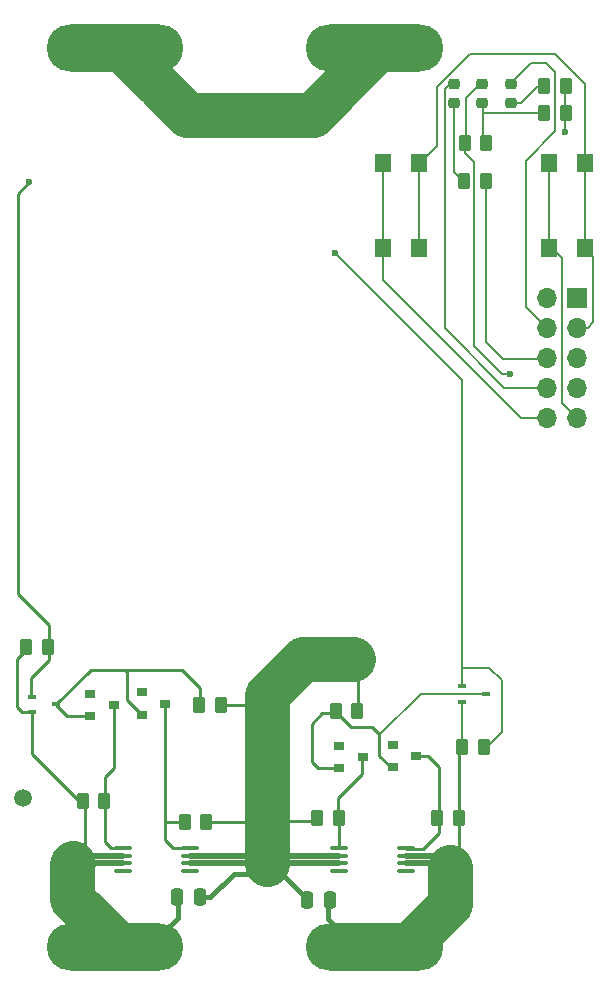
<source format=gbr>
%TF.GenerationSoftware,KiCad,Pcbnew,7.0.10*%
%TF.CreationDate,2025-01-07T15:55:25-07:00*%
%TF.ProjectId,HATB_ver_8.3.1,48415442-5f76-4657-925f-382e332e312e,8.3.1*%
%TF.SameCoordinates,Original*%
%TF.FileFunction,Copper,L2,Bot*%
%TF.FilePolarity,Positive*%
%FSLAX46Y46*%
G04 Gerber Fmt 4.6, Leading zero omitted, Abs format (unit mm)*
G04 Created by KiCad (PCBNEW 7.0.10) date 2025-01-07 15:55:25*
%MOMM*%
%LPD*%
G01*
G04 APERTURE LIST*
G04 Aperture macros list*
%AMRoundRect*
0 Rectangle with rounded corners*
0 $1 Rounding radius*
0 $2 $3 $4 $5 $6 $7 $8 $9 X,Y pos of 4 corners*
0 Add a 4 corners polygon primitive as box body*
4,1,4,$2,$3,$4,$5,$6,$7,$8,$9,$2,$3,0*
0 Add four circle primitives for the rounded corners*
1,1,$1+$1,$2,$3*
1,1,$1+$1,$4,$5*
1,1,$1+$1,$6,$7*
1,1,$1+$1,$8,$9*
0 Add four rect primitives between the rounded corners*
20,1,$1+$1,$2,$3,$4,$5,0*
20,1,$1+$1,$4,$5,$6,$7,0*
20,1,$1+$1,$6,$7,$8,$9,0*
20,1,$1+$1,$8,$9,$2,$3,0*%
G04 Aperture macros list end*
%TA.AperFunction,ComponentPad*%
%ADD10R,1.700000X1.700000*%
%TD*%
%TA.AperFunction,ComponentPad*%
%ADD11O,1.700000X1.700000*%
%TD*%
%TA.AperFunction,ComponentPad*%
%ADD12O,8.000000X4.000000*%
%TD*%
%TA.AperFunction,SMDPad,CuDef*%
%ADD13RoundRect,0.100000X-0.637500X-0.100000X0.637500X-0.100000X0.637500X0.100000X-0.637500X0.100000X0*%
%TD*%
%TA.AperFunction,SMDPad,CuDef*%
%ADD14RoundRect,0.250000X0.262500X0.450000X-0.262500X0.450000X-0.262500X-0.450000X0.262500X-0.450000X0*%
%TD*%
%TA.AperFunction,SMDPad,CuDef*%
%ADD15RoundRect,0.250000X-0.262500X-0.450000X0.262500X-0.450000X0.262500X0.450000X-0.262500X0.450000X0*%
%TD*%
%TA.AperFunction,SMDPad,CuDef*%
%ADD16R,0.900000X0.800000*%
%TD*%
%TA.AperFunction,SMDPad,CuDef*%
%ADD17R,1.400000X1.600000*%
%TD*%
%TA.AperFunction,ComponentPad*%
%ADD18C,1.500000*%
%TD*%
%TA.AperFunction,SMDPad,CuDef*%
%ADD19RoundRect,0.250000X0.250000X0.475000X-0.250000X0.475000X-0.250000X-0.475000X0.250000X-0.475000X0*%
%TD*%
%TA.AperFunction,SMDPad,CuDef*%
%ADD20R,0.700000X0.450000*%
%TD*%
%TA.AperFunction,SMDPad,CuDef*%
%ADD21RoundRect,0.218750X-0.256250X0.218750X-0.256250X-0.218750X0.256250X-0.218750X0.256250X0.218750X0*%
%TD*%
%TA.AperFunction,SMDPad,CuDef*%
%ADD22RoundRect,0.250000X-0.250000X-0.475000X0.250000X-0.475000X0.250000X0.475000X-0.250000X0.475000X0*%
%TD*%
%TA.AperFunction,ViaPad*%
%ADD23C,0.600000*%
%TD*%
%TA.AperFunction,Conductor*%
%ADD24C,0.254000*%
%TD*%
%TA.AperFunction,Conductor*%
%ADD25C,3.810000*%
%TD*%
%TA.AperFunction,Conductor*%
%ADD26C,0.200000*%
%TD*%
%TA.AperFunction,Conductor*%
%ADD27C,0.508000*%
%TD*%
%TA.AperFunction,Conductor*%
%ADD28C,0.381000*%
%TD*%
G04 APERTURE END LIST*
D10*
%TO.P,P10,1,Pin_1*%
%TO.N,/BATT+*%
X217400000Y-73110000D03*
D11*
%TO.P,P10,2,Pin_2*%
%TO.N,/PWR_GND*%
X214860000Y-73110000D03*
%TO.P,P10,3,Pin_3*%
%TO.N,/BBD_AGND*%
X217400000Y-75650000D03*
%TO.P,P10,4,Pin_4*%
%TO.N,/BBD_GND*%
X214860000Y-75650000D03*
%TO.P,P10,5,Pin_5*%
%TO.N,/BBD_5V*%
X217400000Y-78190000D03*
%TO.P,P10,6,Pin_6*%
%TO.N,/BBD_IPS_OUT*%
X214860000Y-78190000D03*
%TO.P,P10,7,Pin_7*%
%TO.N,/BBD_PA6*%
X217400000Y-80730000D03*
%TO.P,P10,8,Pin_8*%
%TO.N,/BBD_CHG_LED*%
X214860000Y-80730000D03*
%TO.P,P10,9,Pin_9*%
%TO.N,/BBD_PB1*%
X217400000Y-83270000D03*
%TO.P,P10,10,Pin_10*%
%TO.N,/BBD_PB2*%
X214860000Y-83270000D03*
%TD*%
D12*
%TO.P,BT1,1*%
%TO.N,/BATT+*%
X202120000Y-51950000D03*
X198500000Y-51950000D03*
%TO.P,BT1,2*%
%TO.N,Net-(BT1-Pad2)*%
X198500000Y-128050000D03*
X202120000Y-128050000D03*
%TD*%
%TO.P,BT2,1*%
%TO.N,/BATT+*%
X180120000Y-51950000D03*
X176500000Y-51950000D03*
%TO.P,BT2,2*%
%TO.N,Net-(BT2-Pad2)*%
X180120000Y-128050000D03*
X176500000Y-128050000D03*
%TD*%
D13*
%TO.P,Q4,1,D*%
%TO.N,unconnected-(Q4-Pad1)*%
X178967503Y-121649400D03*
%TO.P,Q4,2,S1*%
%TO.N,Net-(BT2-Pad2)*%
X178967503Y-120999400D03*
%TO.P,Q4,3,S1*%
X178967503Y-120349400D03*
%TO.P,Q4,4,G1*%
%TO.N,Net-(D7-Pad1)*%
X178967503Y-119699400D03*
%TO.P,Q4,5,G2*%
%TO.N,Net-(D6-Pad1)*%
X184692503Y-119699400D03*
%TO.P,Q4,6,S2*%
%TO.N,/PWR_GND*%
X184692503Y-120349400D03*
%TO.P,Q4,7,S2*%
X184692503Y-120999400D03*
%TO.P,Q4,8,D*%
%TO.N,unconnected-(Q4-Pad8)*%
X184692503Y-121649400D03*
%TD*%
D14*
%TO.P,R34,1*%
%TO.N,/BBD_5V*%
X216462500Y-55200000D03*
%TO.P,R34,2*%
%TO.N,Net-(LED1-Pad2)*%
X214637500Y-55200000D03*
%TD*%
%TO.P,R31,1*%
%TO.N,/BATT+*%
X209542500Y-111190000D03*
%TO.P,R31,2*%
%TO.N,Net-(BT1-Pad2)*%
X207717500Y-111190000D03*
%TD*%
D15*
%TO.P,R25,1*%
%TO.N,Net-(D4-Pad2)*%
X197017500Y-108070000D03*
%TO.P,R25,2*%
%TO.N,/PWR_GND*%
X198842500Y-108070000D03*
%TD*%
%TO.P,R26,1*%
%TO.N,Net-(D5-Pad1)*%
X205587500Y-117130000D03*
%TO.P,R26,2*%
%TO.N,Net-(BT1-Pad2)*%
X207412500Y-117130000D03*
%TD*%
D16*
%TO.P,D6,*%
%TO.N,*%
X180590000Y-106540000D03*
%TO.P,D6,1,K*%
%TO.N,Net-(D6-Pad1)*%
X182590000Y-107490000D03*
%TO.P,D6,2,A*%
%TO.N,Net-(D6-Pad2)*%
X180590000Y-108440000D03*
%TD*%
D13*
%TO.P,Q2,1,D*%
%TO.N,unconnected-(Q2-Pad1)*%
X197247502Y-121649400D03*
%TO.P,Q2,2,S1*%
%TO.N,/PWR_GND*%
X197247502Y-120999400D03*
%TO.P,Q2,3,S1*%
X197247502Y-120349400D03*
%TO.P,Q2,4,G1*%
%TO.N,Net-(D4-Pad1)*%
X197247502Y-119699400D03*
%TO.P,Q2,5,G2*%
%TO.N,Net-(D5-Pad1)*%
X202972502Y-119699400D03*
%TO.P,Q2,6,S2*%
%TO.N,Net-(BT1-Pad2)*%
X202972502Y-120349400D03*
%TO.P,Q2,7,S2*%
X202972502Y-120999400D03*
%TO.P,Q2,8,D*%
%TO.N,unconnected-(Q2-Pad8)*%
X202972502Y-121649400D03*
%TD*%
D14*
%TO.P,R36,1*%
%TO.N,Net-(LED2-Pad2)*%
X209770000Y-59990000D03*
%TO.P,R36,2*%
%TO.N,/BBD_PA6*%
X207945000Y-59990000D03*
%TD*%
%TO.P,R35,1*%
%TO.N,/BBD_5V*%
X216462500Y-57490000D03*
%TO.P,R35,2*%
%TO.N,Net-(LED2-Pad2)*%
X214637500Y-57490000D03*
%TD*%
D16*
%TO.P,D7,*%
%TO.N,*%
X176240000Y-106640000D03*
%TO.P,D7,1,K*%
%TO.N,Net-(D7-Pad1)*%
X178240000Y-107590000D03*
%TO.P,D7,2,A*%
%TO.N,Net-(D6-Pad2)*%
X176240000Y-108540000D03*
%TD*%
D17*
%TO.P,PB1,1,1*%
%TO.N,/BBD_PB1*%
X215080000Y-61690000D03*
X215080000Y-68890000D03*
%TO.P,PB1,2,2*%
%TO.N,/BBD_AGND*%
X218080000Y-61690000D03*
X218080000Y-68890000D03*
%TD*%
D15*
%TO.P,R28,1*%
%TO.N,Net-(D6-Pad2)*%
X185447500Y-107580000D03*
%TO.P,R28,2*%
%TO.N,/PWR_GND*%
X187272500Y-107580000D03*
%TD*%
D16*
%TO.P,D5,*%
%TO.N,*%
X201840000Y-110980000D03*
%TO.P,D5,1,K*%
%TO.N,Net-(D5-Pad1)*%
X203840000Y-111930000D03*
%TO.P,D5,2,A*%
%TO.N,Net-(D4-Pad2)*%
X201840000Y-112880000D03*
%TD*%
D15*
%TO.P,R30,1*%
%TO.N,Net-(D6-Pad1)*%
X184227500Y-117520000D03*
%TO.P,R30,2*%
%TO.N,/PWR_GND*%
X186052500Y-117520000D03*
%TD*%
D14*
%TO.P,R32,1*%
%TO.N,/BATT+*%
X172622500Y-102690000D03*
%TO.P,R32,2*%
%TO.N,Net-(BT2-Pad2)*%
X170797500Y-102690000D03*
%TD*%
%TO.P,R29,1*%
%TO.N,Net-(D7-Pad1)*%
X177422500Y-115690000D03*
%TO.P,R29,2*%
%TO.N,Net-(BT2-Pad2)*%
X175597500Y-115690000D03*
%TD*%
D17*
%TO.P,PB2,1,1*%
%TO.N,/BBD_PB2*%
X201040000Y-61690000D03*
X201040000Y-68890000D03*
%TO.P,PB2,2,2*%
%TO.N,/BBD_AGND*%
X204040000Y-68890000D03*
X204040000Y-61690000D03*
%TD*%
D18*
%TO.P,GND1,1,1*%
%TO.N,/PWR_GND*%
X170560000Y-115480000D03*
%TD*%
D14*
%TO.P,R33,1*%
%TO.N,/BBD_IPS_OUT*%
X209712500Y-63260000D03*
%TO.P,R33,2*%
%TO.N,Net-(LED3-Pad2)*%
X207887500Y-63260000D03*
%TD*%
D19*
%TO.P,C25,1*%
%TO.N,Net-(BT1-Pad2)*%
X196500000Y-124110000D03*
%TO.P,C25,2*%
%TO.N,/PWR_GND*%
X194600000Y-124110000D03*
%TD*%
D20*
%TO.P,Q1,1,G*%
%TO.N,Net-(BT1-Pad2)*%
X207730000Y-107310000D03*
%TO.P,Q1,2,S*%
%TO.N,/BATT+*%
X207730000Y-106010000D03*
%TO.P,Q1,3,D*%
%TO.N,Net-(D4-Pad2)*%
X209730000Y-106660000D03*
%TD*%
D21*
%TO.P,LED2,1,K*%
%TO.N,/BBD_PA6*%
X209410000Y-55052500D03*
%TO.P,LED2,2,A*%
%TO.N,Net-(LED2-Pad2)*%
X209410000Y-56627500D03*
%TD*%
D22*
%TO.P,C26,1*%
%TO.N,Net-(BT2-Pad2)*%
X183580000Y-123890000D03*
%TO.P,C26,2*%
%TO.N,/PWR_GND*%
X185480000Y-123890000D03*
%TD*%
D14*
%TO.P,R27,1*%
%TO.N,Net-(D4-Pad1)*%
X197245000Y-117130000D03*
%TO.P,R27,2*%
%TO.N,/PWR_GND*%
X195420000Y-117130000D03*
%TD*%
D21*
%TO.P,LED1,1,K*%
%TO.N,/BBD_GND*%
X211850000Y-55052500D03*
%TO.P,LED1,2,A*%
%TO.N,Net-(LED1-Pad2)*%
X211850000Y-56627500D03*
%TD*%
D16*
%TO.P,D4,*%
%TO.N,*%
X197280000Y-111050000D03*
%TO.P,D4,1,K*%
%TO.N,Net-(D4-Pad1)*%
X199280000Y-112000000D03*
%TO.P,D4,2,A*%
%TO.N,Net-(D4-Pad2)*%
X197280000Y-112950000D03*
%TD*%
D21*
%TO.P,LED3,1,K*%
%TO.N,/BBD_CHG_LED*%
X207000000Y-55052500D03*
%TO.P,LED3,2,A*%
%TO.N,Net-(LED3-Pad2)*%
X207000000Y-56627500D03*
%TD*%
D20*
%TO.P,Q3,1,G*%
%TO.N,Net-(BT2-Pad2)*%
X171330000Y-108200000D03*
%TO.P,Q3,2,S*%
%TO.N,/BATT+*%
X171330000Y-106900000D03*
%TO.P,Q3,3,D*%
%TO.N,Net-(D6-Pad2)*%
X173330000Y-107550000D03*
%TD*%
D23*
%TO.N,/BATT+*%
X195040000Y-57630000D03*
X184440000Y-57630000D03*
X190150000Y-57630000D03*
X197380000Y-55290000D03*
X171040000Y-63340000D03*
X196980000Y-69350000D03*
X181700000Y-55520000D03*
%TO.N,Net-(BT1-Pad2)*%
X205445000Y-120995000D03*
X204225000Y-120995000D03*
X205905000Y-120535000D03*
X204875000Y-120345000D03*
X206710000Y-121340000D03*
%TO.N,Net-(BT2-Pad2)*%
X177325000Y-120985000D03*
X174760000Y-120980000D03*
X175560000Y-120180000D03*
X175995000Y-120985000D03*
X176800600Y-120349400D03*
%TO.N,/PWR_GND*%
X192325000Y-120345000D03*
X195845000Y-120345000D03*
X198140000Y-103670000D03*
X194225000Y-120345000D03*
X188330600Y-120999400D03*
X190489400Y-120349400D03*
X187650600Y-120349400D03*
X193530000Y-104390000D03*
X191190005Y-113699995D03*
X191450000Y-121310000D03*
X186960600Y-120999400D03*
X191190005Y-108759997D03*
X189050600Y-120349400D03*
X193345000Y-120995000D03*
X195005000Y-120995000D03*
%TO.N,/BBD_PA6*%
X211749511Y-79600489D03*
%TO.N,/BBD_5V*%
X216430000Y-59050000D03*
%TD*%
D24*
%TO.N,/BATT+*%
X170080000Y-98180000D02*
X170080000Y-64300000D01*
X172725000Y-102840000D02*
X172725000Y-100825000D01*
D25*
X184440000Y-57630000D02*
X190150000Y-57630000D01*
D26*
X207730000Y-106010000D02*
X207730000Y-104450000D01*
D25*
X181670000Y-54860000D02*
X184440000Y-57630000D01*
D24*
X170080000Y-64300000D02*
X171040000Y-63340000D01*
D26*
X211070000Y-109860000D02*
X209800000Y-111130000D01*
D24*
X171220000Y-106770000D02*
X171350000Y-106900000D01*
D26*
X210020000Y-104450000D02*
X211070000Y-105500000D01*
D25*
X195040000Y-57630000D02*
X197380000Y-55290000D01*
D26*
X207730000Y-80100000D02*
X196980000Y-69350000D01*
D25*
X179010000Y-52200000D02*
X181630000Y-54820000D01*
D26*
X207730000Y-104450000D02*
X207730000Y-80100000D01*
D24*
X172725000Y-100825000D02*
X170080000Y-98180000D01*
D25*
X190150000Y-57630000D02*
X195040000Y-57630000D01*
D24*
X172725000Y-103815000D02*
X171220000Y-105320000D01*
X172725000Y-102840000D02*
X172725000Y-103815000D01*
D25*
X197380000Y-55290000D02*
X200860000Y-51810000D01*
D26*
X207730000Y-104450000D02*
X210020000Y-104450000D01*
D24*
X171220000Y-105320000D02*
X171220000Y-106770000D01*
D25*
X182400000Y-55560000D02*
X182400000Y-55600000D01*
D26*
X211070000Y-105500000D02*
X211070000Y-109860000D01*
D25*
X182400000Y-55600000D02*
X182440000Y-55600000D01*
D27*
%TO.N,Net-(BT1-Pad2)*%
X205905000Y-120535000D02*
X205715000Y-120345000D01*
D25*
X206710000Y-121340000D02*
X206650000Y-121400000D01*
D24*
X207435000Y-120615000D02*
X207435000Y-116490000D01*
D27*
X206365000Y-120995000D02*
X205445000Y-120995000D01*
D24*
X207435000Y-116490000D02*
X207435000Y-111335000D01*
D27*
X205445000Y-120995000D02*
X204225000Y-120995000D01*
D26*
X207730000Y-111100000D02*
X207650000Y-111180000D01*
D25*
X206650000Y-121400000D02*
X206650000Y-124420000D01*
D24*
X206710000Y-121340000D02*
X207435000Y-120615000D01*
D25*
X206650000Y-124420000D02*
X202930000Y-128140000D01*
D28*
X196390000Y-123900000D02*
X196390000Y-125690000D01*
D27*
X205715000Y-120345000D02*
X204875000Y-120345000D01*
D26*
X207730000Y-107310000D02*
X207730000Y-111100000D01*
D27*
X206710000Y-121340000D02*
X205905000Y-120535000D01*
X204225000Y-120995000D02*
X202972500Y-120995000D01*
X204875000Y-120345000D02*
X202972500Y-120345000D01*
D28*
X196390000Y-125690000D02*
X197390000Y-126690000D01*
D27*
X206710000Y-121340000D02*
X206365000Y-120995000D01*
D24*
%TO.N,Net-(BT2-Pad2)*%
X170410000Y-108200000D02*
X170010000Y-107800000D01*
X171330000Y-111790000D02*
X175290000Y-115750000D01*
D27*
X176800600Y-120349400D02*
X178967503Y-120349400D01*
X174750000Y-120990000D02*
X174755000Y-120985000D01*
D24*
X174750000Y-120990000D02*
X174760000Y-120980000D01*
D28*
X183630000Y-123890000D02*
X183630000Y-125600000D01*
D27*
X175390600Y-120349400D02*
X176800600Y-120349400D01*
D24*
X174760000Y-120980000D02*
X175560000Y-120180000D01*
D25*
X174690000Y-123260000D02*
X174690000Y-121050000D01*
D28*
X183630000Y-125600000D02*
X182310000Y-126920000D01*
D27*
X174750000Y-120990000D02*
X175390600Y-120349400D01*
D24*
X171330000Y-108200000D02*
X171330000Y-111790000D01*
X171330000Y-108200000D02*
X170410000Y-108200000D01*
X175815000Y-119925000D02*
X175815000Y-115700000D01*
X175560000Y-120180000D02*
X175815000Y-119925000D01*
D25*
X174710000Y-123210000D02*
X174710000Y-123990000D01*
X174710000Y-123990000D02*
X178880000Y-128160000D01*
X174690000Y-121050000D02*
X174750000Y-120990000D01*
D27*
X177325000Y-120985000D02*
X178967500Y-120985000D01*
D25*
X174690000Y-123260000D02*
X174710000Y-123240000D01*
D24*
X170010000Y-107800000D02*
X170010000Y-103690000D01*
X170010000Y-103690000D02*
X170940000Y-102760000D01*
D27*
X175995000Y-120985000D02*
X177325000Y-120985000D01*
X174755000Y-120985000D02*
X175995000Y-120985000D01*
%TO.N,/PWR_GND*%
X195845000Y-120345000D02*
X194225000Y-120345000D01*
D25*
X191190005Y-113699995D02*
X191190005Y-116769988D01*
D27*
X194225000Y-120345000D02*
X192325000Y-120345000D01*
X193345000Y-120995000D02*
X191245000Y-120995000D01*
D25*
X198480000Y-103670000D02*
X198140000Y-103670000D01*
D27*
X197247500Y-120995000D02*
X195005000Y-120995000D01*
D28*
X185530000Y-123890000D02*
X186360000Y-123890000D01*
X190369995Y-121870000D02*
X191190005Y-121049990D01*
D24*
X191840000Y-117420000D02*
X191190000Y-116770000D01*
X198895000Y-104085000D02*
X198480000Y-103670000D01*
D27*
X189050600Y-120349400D02*
X190489400Y-120349400D01*
X188330600Y-120999400D02*
X191139400Y-120999400D01*
X192325000Y-120345000D02*
X191895000Y-120345000D01*
X197247500Y-120345000D02*
X195845000Y-120345000D01*
D28*
X188380000Y-121870000D02*
X190369995Y-121870000D01*
D25*
X191190005Y-108759997D02*
X191190005Y-113699995D01*
D24*
X187145000Y-107570000D02*
X190000000Y-107570000D01*
D25*
X194250000Y-103670000D02*
X193530000Y-104390000D01*
D24*
X185935000Y-117510000D02*
X190450000Y-117510000D01*
D27*
X191245000Y-120995000D02*
X191190000Y-121050000D01*
D24*
X191450000Y-121310000D02*
X191190000Y-121050000D01*
D27*
X184692503Y-120349400D02*
X187650600Y-120349400D01*
D24*
X198895000Y-108250000D02*
X198895000Y-104085000D01*
X195535000Y-117420000D02*
X191840000Y-117420000D01*
D25*
X193530000Y-104390000D02*
X191190000Y-106730000D01*
D24*
X191340000Y-108610000D02*
X191190000Y-108760000D01*
D27*
X184692503Y-120999400D02*
X186960600Y-120999400D01*
X187650600Y-120349400D02*
X189050600Y-120349400D01*
D25*
X191190000Y-106730000D02*
X191190000Y-108760000D01*
D27*
X186960600Y-120999400D02*
X188330600Y-120999400D01*
X190489400Y-120349400D02*
X191190000Y-121050000D01*
X195005000Y-120995000D02*
X193345000Y-120995000D01*
D25*
X198140000Y-103670000D02*
X194250000Y-103670000D01*
D24*
X190000000Y-107570000D02*
X191190000Y-108760000D01*
D27*
X191139400Y-120999400D02*
X191190000Y-121050000D01*
X191895000Y-120345000D02*
X191190000Y-121050000D01*
D25*
X191190005Y-116769988D02*
X191190005Y-121049990D01*
D28*
X194490000Y-123900000D02*
X191639990Y-121049990D01*
D24*
X190450000Y-117510000D02*
X191190000Y-116770000D01*
D28*
X191639990Y-121049990D02*
X191190005Y-121049990D01*
X186360000Y-123890000D02*
X188380000Y-121870000D01*
D24*
%TO.N,Net-(D4-Pad1)*%
X197220000Y-117420000D02*
X197220000Y-115490000D01*
X197247502Y-119699400D02*
X197247502Y-117447502D01*
X197220000Y-115490000D02*
X199250000Y-113460000D01*
X199250000Y-113460000D02*
X199250000Y-112000000D01*
D26*
%TO.N,Net-(D4-Pad2)*%
X200780000Y-110070000D02*
X200710000Y-110070000D01*
D24*
X198280000Y-109470000D02*
X200110000Y-109470000D01*
X197245000Y-108435000D02*
X198280000Y-109470000D01*
X195540000Y-112950000D02*
X194980000Y-112390000D01*
X200110000Y-109470000D02*
X200710000Y-110070000D01*
X194980000Y-112390000D02*
X194980000Y-109180000D01*
X195860000Y-108300000D02*
X197320000Y-108300000D01*
D26*
X204190000Y-106660000D02*
X200780000Y-110070000D01*
X209730000Y-106660000D02*
X204190000Y-106660000D01*
D24*
X197280000Y-112950000D02*
X195540000Y-112950000D01*
X200710000Y-110070000D02*
X200710000Y-111890000D01*
X200710000Y-111890000D02*
X201590000Y-112770000D01*
X194980000Y-109180000D02*
X195860000Y-108300000D01*
%TO.N,Net-(D5-Pad1)*%
X205785000Y-116490000D02*
X205785000Y-112875000D01*
X204810000Y-111900000D02*
X203890000Y-111900000D01*
X205780000Y-118410000D02*
X205780000Y-116590000D01*
X204410000Y-119780000D02*
X205780000Y-118410000D01*
X205785000Y-112875000D02*
X204810000Y-111900000D01*
X203053102Y-119780000D02*
X204410000Y-119780000D01*
X202972502Y-119699400D02*
X203053102Y-119780000D01*
%TO.N,Net-(D6-Pad1)*%
X182590000Y-119070000D02*
X183200000Y-119680000D01*
X184420000Y-119680000D02*
X183200000Y-119680000D01*
X182680000Y-117480000D02*
X182590000Y-117390000D01*
X182590000Y-107490000D02*
X182590000Y-117390000D01*
X182590000Y-117390000D02*
X182590000Y-119070000D01*
X184255000Y-117480000D02*
X182680000Y-117480000D01*
%TO.N,Net-(D6-Pad2)*%
X176250000Y-104630000D02*
X179160000Y-104630000D01*
X179330000Y-104800000D02*
X179160000Y-104630000D01*
X183950000Y-104640000D02*
X185480000Y-106170000D01*
X174270000Y-108520000D02*
X176180000Y-108520000D01*
X179330000Y-104800000D02*
X179330000Y-107210000D01*
X179330000Y-107210000D02*
X180600000Y-108480000D01*
X179170000Y-104640000D02*
X183950000Y-104640000D01*
X185480000Y-106170000D02*
X185480000Y-107690000D01*
X173330000Y-107550000D02*
X176250000Y-104630000D01*
X173330000Y-107580000D02*
X174270000Y-108520000D01*
%TO.N,Net-(D7-Pad1)*%
X177430000Y-113730000D02*
X177430000Y-115670000D01*
X178240000Y-112920000D02*
X177430000Y-113730000D01*
X178009400Y-119699400D02*
X177490000Y-119180000D01*
X177490000Y-119180000D02*
X177490000Y-115670000D01*
X178967503Y-119699400D02*
X178009400Y-119699400D01*
X178240000Y-107590000D02*
X178240000Y-112920000D01*
D26*
%TO.N,/BBD_GND*%
X214840000Y-53260000D02*
X213550000Y-53260000D01*
X215600000Y-54020000D02*
X214840000Y-53260000D01*
X215600000Y-59000000D02*
X215600000Y-54020000D01*
X213100000Y-73890000D02*
X213100000Y-61500000D01*
X213100000Y-61500000D02*
X215600000Y-59000000D01*
X213550000Y-53260000D02*
X211870000Y-54940000D01*
X214860000Y-75650000D02*
X213100000Y-73890000D01*
%TO.N,Net-(LED1-Pad2)*%
X214140000Y-55210000D02*
X212700000Y-56650000D01*
X214567500Y-55210000D02*
X214140000Y-55210000D01*
X212700000Y-56650000D02*
X211900000Y-56650000D01*
%TO.N,/BBD_PA6*%
X208679520Y-61639520D02*
X208679520Y-77219520D01*
X209197500Y-55052500D02*
X208020000Y-56230000D01*
X208020000Y-56230000D02*
X208020000Y-60040000D01*
X207945000Y-60905000D02*
X208679520Y-61639520D01*
X211060489Y-79600489D02*
X211749511Y-79600489D01*
X207945000Y-59990000D02*
X207945000Y-60905000D01*
X208679520Y-77219520D02*
X211060489Y-79600489D01*
X209410000Y-55052500D02*
X209197500Y-55052500D01*
%TO.N,Net-(LED2-Pad2)*%
X209500000Y-57460000D02*
X209500000Y-59580000D01*
X214637500Y-57490000D02*
X209530000Y-57490000D01*
X209500000Y-57460000D02*
X209500000Y-56790000D01*
X209500000Y-59580000D02*
X209780000Y-59860000D01*
X209530000Y-57490000D02*
X209500000Y-57460000D01*
%TO.N,/BBD_CHG_LED*%
X206647500Y-55052500D02*
X206245480Y-55454520D01*
X211290000Y-80730000D02*
X214980000Y-80730000D01*
X207000000Y-55052500D02*
X206647500Y-55052500D01*
X206245480Y-75685480D02*
X211290000Y-80730000D01*
X206245480Y-55454520D02*
X206245480Y-75685480D01*
%TO.N,Net-(LED3-Pad2)*%
X207000000Y-62440000D02*
X207810000Y-63250000D01*
X207000000Y-56627500D02*
X207000000Y-62440000D01*
%TO.N,/BBD_AGND*%
X218820000Y-75170000D02*
X218820000Y-69630000D01*
X217400000Y-75650000D02*
X218340000Y-75650000D01*
X218080000Y-61690000D02*
X218080000Y-68860000D01*
X204040000Y-61690000D02*
X204040000Y-68810000D01*
X218340000Y-75650000D02*
X218820000Y-75170000D01*
X215550000Y-52500000D02*
X208372840Y-52500000D01*
X218080000Y-61690000D02*
X218080000Y-55030000D01*
X218820000Y-69630000D02*
X218090000Y-68900000D01*
X204040000Y-68810000D02*
X203980000Y-68870000D01*
X218080000Y-55030000D02*
X215550000Y-52500000D01*
X205580000Y-55292840D02*
X205580000Y-60270000D01*
X205580000Y-60270000D02*
X204160000Y-61690000D01*
X218080000Y-68860000D02*
X218090000Y-68870000D01*
X208372840Y-52500000D02*
X205580000Y-55292840D01*
%TO.N,/BBD_5V*%
X216430000Y-59050000D02*
X216430000Y-57530000D01*
X216392500Y-55210000D02*
X216392500Y-57282500D01*
X216430000Y-57530000D02*
X216390000Y-57490000D01*
X216392500Y-57282500D02*
X216460000Y-57350000D01*
%TO.N,/BBD_IPS_OUT*%
X209712500Y-76832500D02*
X211170000Y-78290000D01*
X211170000Y-78290000D02*
X215000000Y-78290000D01*
X209712500Y-63260000D02*
X209712500Y-76832500D01*
%TO.N,/BBD_PB1*%
X216150000Y-82020000D02*
X216150000Y-69720000D01*
X217400000Y-83270000D02*
X216150000Y-82020000D01*
X216150000Y-69720000D02*
X215190000Y-68760000D01*
X215080000Y-61690000D02*
X215080000Y-68870000D01*
%TO.N,/BBD_PB2*%
X214860000Y-83270000D02*
X212700000Y-83270000D01*
X201020000Y-71590000D02*
X201020000Y-69020000D01*
X201040000Y-61690000D02*
X201040000Y-68800000D01*
X212700000Y-83270000D02*
X201020000Y-71590000D01*
X201040000Y-68800000D02*
X201030000Y-68810000D01*
%TD*%
M02*

</source>
